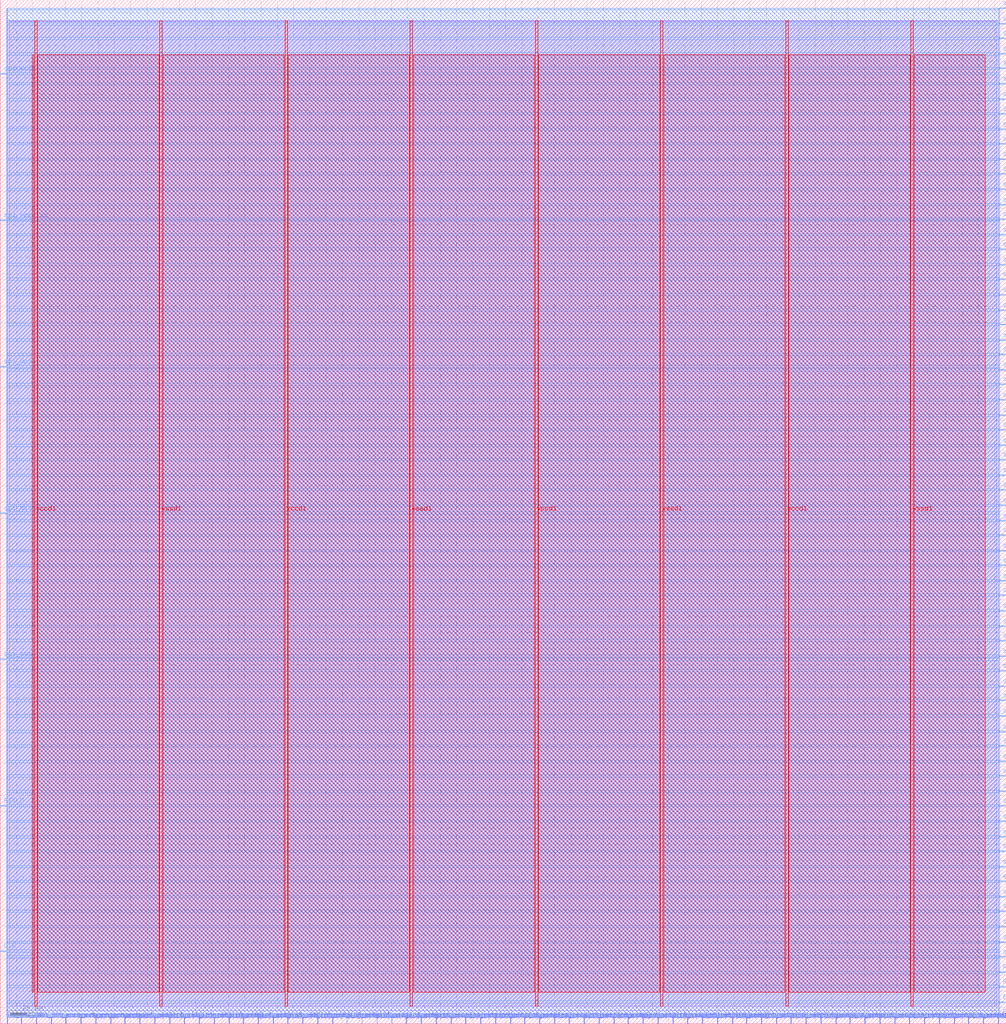
<source format=lef>
VERSION 5.7 ;
  NOWIREEXTENSIONATPIN ON ;
  DIVIDERCHAR "/" ;
  BUSBITCHARS "[]" ;
MACRO mkQF100FlashController
  CLASS BLOCK ;
  FOREIGN mkQF100FlashController ;
  ORIGIN 0.000 0.000 ;
  SIZE 617.125 BY 627.845 ;
  PIN CLK
    DIRECTION INPUT ;
    USE SIGNAL ;
    PORT
      LAYER met3 ;
        RECT 0.000 44.240 4.000 44.840 ;
    END
  END CLK
  PIN EN_serverA_request_put
    DIRECTION INPUT ;
    USE SIGNAL ;
    PORT
      LAYER met2 ;
        RECT 4.230 0.000 4.510 4.000 ;
    END
  END EN_serverA_request_put
  PIN EN_serverA_response_get
    DIRECTION INPUT ;
    USE SIGNAL ;
    PORT
      LAYER met2 ;
        RECT 12.970 0.000 13.250 4.000 ;
    END
  END EN_serverA_response_get
  PIN EN_serverB_request_put
    DIRECTION INPUT ;
    USE SIGNAL ;
    PORT
      LAYER met3 ;
        RECT 613.125 4.120 617.125 4.720 ;
    END
  END EN_serverB_request_put
  PIN EN_serverB_response_get
    DIRECTION INPUT ;
    USE SIGNAL ;
    PORT
      LAYER met3 ;
        RECT 613.125 12.960 617.125 13.560 ;
    END
  END EN_serverB_response_get
  PIN RDY_serverA_request_put
    DIRECTION OUTPUT TRISTATE ;
    USE SIGNAL ;
    PORT
      LAYER met2 ;
        RECT 22.170 0.000 22.450 4.000 ;
    END
  END RDY_serverA_request_put
  PIN RDY_serverA_response_get
    DIRECTION OUTPUT TRISTATE ;
    USE SIGNAL ;
    PORT
      LAYER met2 ;
        RECT 31.370 0.000 31.650 4.000 ;
    END
  END RDY_serverA_response_get
  PIN RDY_serverB_request_put
    DIRECTION OUTPUT TRISTATE ;
    USE SIGNAL ;
    PORT
      LAYER met3 ;
        RECT 613.125 22.480 617.125 23.080 ;
    END
  END RDY_serverB_request_put
  PIN RDY_serverB_response_get
    DIRECTION OUTPUT TRISTATE ;
    USE SIGNAL ;
    PORT
      LAYER met3 ;
        RECT 613.125 31.320 617.125 31.920 ;
    END
  END RDY_serverB_response_get
  PIN RST_N
    DIRECTION INPUT ;
    USE SIGNAL ;
    PORT
      LAYER met3 ;
        RECT 0.000 133.320 4.000 133.920 ;
    END
  END RST_N
  PIN serverA_request_put[0]
    DIRECTION INPUT ;
    USE SIGNAL ;
    PORT
      LAYER met2 ;
        RECT 40.110 0.000 40.390 4.000 ;
    END
  END serverA_request_put[0]
  PIN serverA_request_put[10]
    DIRECTION INPUT ;
    USE SIGNAL ;
    PORT
      LAYER met2 ;
        RECT 221.810 0.000 222.090 4.000 ;
    END
  END serverA_request_put[10]
  PIN serverA_request_put[11]
    DIRECTION INPUT ;
    USE SIGNAL ;
    PORT
      LAYER met2 ;
        RECT 240.210 0.000 240.490 4.000 ;
    END
  END serverA_request_put[11]
  PIN serverA_request_put[12]
    DIRECTION INPUT ;
    USE SIGNAL ;
    PORT
      LAYER met2 ;
        RECT 258.150 0.000 258.430 4.000 ;
    END
  END serverA_request_put[12]
  PIN serverA_request_put[13]
    DIRECTION INPUT ;
    USE SIGNAL ;
    PORT
      LAYER met2 ;
        RECT 276.550 0.000 276.830 4.000 ;
    END
  END serverA_request_put[13]
  PIN serverA_request_put[14]
    DIRECTION INPUT ;
    USE SIGNAL ;
    PORT
      LAYER met2 ;
        RECT 294.490 0.000 294.770 4.000 ;
    END
  END serverA_request_put[14]
  PIN serverA_request_put[15]
    DIRECTION INPUT ;
    USE SIGNAL ;
    PORT
      LAYER met2 ;
        RECT 312.890 0.000 313.170 4.000 ;
    END
  END serverA_request_put[15]
  PIN serverA_request_put[16]
    DIRECTION INPUT ;
    USE SIGNAL ;
    PORT
      LAYER met2 ;
        RECT 330.830 0.000 331.110 4.000 ;
    END
  END serverA_request_put[16]
  PIN serverA_request_put[17]
    DIRECTION INPUT ;
    USE SIGNAL ;
    PORT
      LAYER met2 ;
        RECT 348.770 0.000 349.050 4.000 ;
    END
  END serverA_request_put[17]
  PIN serverA_request_put[18]
    DIRECTION INPUT ;
    USE SIGNAL ;
    PORT
      LAYER met2 ;
        RECT 367.170 0.000 367.450 4.000 ;
    END
  END serverA_request_put[18]
  PIN serverA_request_put[19]
    DIRECTION INPUT ;
    USE SIGNAL ;
    PORT
      LAYER met2 ;
        RECT 385.110 0.000 385.390 4.000 ;
    END
  END serverA_request_put[19]
  PIN serverA_request_put[1]
    DIRECTION INPUT ;
    USE SIGNAL ;
    PORT
      LAYER met2 ;
        RECT 58.510 0.000 58.790 4.000 ;
    END
  END serverA_request_put[1]
  PIN serverA_request_put[20]
    DIRECTION INPUT ;
    USE SIGNAL ;
    PORT
      LAYER met2 ;
        RECT 403.510 0.000 403.790 4.000 ;
    END
  END serverA_request_put[20]
  PIN serverA_request_put[21]
    DIRECTION INPUT ;
    USE SIGNAL ;
    PORT
      LAYER met2 ;
        RECT 421.450 0.000 421.730 4.000 ;
    END
  END serverA_request_put[21]
  PIN serverA_request_put[22]
    DIRECTION INPUT ;
    USE SIGNAL ;
    PORT
      LAYER met2 ;
        RECT 439.850 0.000 440.130 4.000 ;
    END
  END serverA_request_put[22]
  PIN serverA_request_put[23]
    DIRECTION INPUT ;
    USE SIGNAL ;
    PORT
      LAYER met2 ;
        RECT 457.790 0.000 458.070 4.000 ;
    END
  END serverA_request_put[23]
  PIN serverA_request_put[24]
    DIRECTION INPUT ;
    USE SIGNAL ;
    PORT
      LAYER met2 ;
        RECT 476.190 0.000 476.470 4.000 ;
    END
  END serverA_request_put[24]
  PIN serverA_request_put[25]
    DIRECTION INPUT ;
    USE SIGNAL ;
    PORT
      LAYER met2 ;
        RECT 494.130 0.000 494.410 4.000 ;
    END
  END serverA_request_put[25]
  PIN serverA_request_put[26]
    DIRECTION INPUT ;
    USE SIGNAL ;
    PORT
      LAYER met2 ;
        RECT 512.530 0.000 512.810 4.000 ;
    END
  END serverA_request_put[26]
  PIN serverA_request_put[27]
    DIRECTION INPUT ;
    USE SIGNAL ;
    PORT
      LAYER met2 ;
        RECT 530.470 0.000 530.750 4.000 ;
    END
  END serverA_request_put[27]
  PIN serverA_request_put[28]
    DIRECTION INPUT ;
    USE SIGNAL ;
    PORT
      LAYER met2 ;
        RECT 548.870 0.000 549.150 4.000 ;
    END
  END serverA_request_put[28]
  PIN serverA_request_put[29]
    DIRECTION INPUT ;
    USE SIGNAL ;
    PORT
      LAYER met2 ;
        RECT 566.810 0.000 567.090 4.000 ;
    END
  END serverA_request_put[29]
  PIN serverA_request_put[2]
    DIRECTION INPUT ;
    USE SIGNAL ;
    PORT
      LAYER met2 ;
        RECT 76.450 0.000 76.730 4.000 ;
    END
  END serverA_request_put[2]
  PIN serverA_request_put[30]
    DIRECTION INPUT ;
    USE SIGNAL ;
    PORT
      LAYER met2 ;
        RECT 585.210 0.000 585.490 4.000 ;
    END
  END serverA_request_put[30]
  PIN serverA_request_put[31]
    DIRECTION INPUT ;
    USE SIGNAL ;
    PORT
      LAYER met2 ;
        RECT 603.150 0.000 603.430 4.000 ;
    END
  END serverA_request_put[31]
  PIN serverA_request_put[3]
    DIRECTION INPUT ;
    USE SIGNAL ;
    PORT
      LAYER met2 ;
        RECT 94.850 0.000 95.130 4.000 ;
    END
  END serverA_request_put[3]
  PIN serverA_request_put[4]
    DIRECTION INPUT ;
    USE SIGNAL ;
    PORT
      LAYER met2 ;
        RECT 112.790 0.000 113.070 4.000 ;
    END
  END serverA_request_put[4]
  PIN serverA_request_put[5]
    DIRECTION INPUT ;
    USE SIGNAL ;
    PORT
      LAYER met2 ;
        RECT 131.190 0.000 131.470 4.000 ;
    END
  END serverA_request_put[5]
  PIN serverA_request_put[6]
    DIRECTION INPUT ;
    USE SIGNAL ;
    PORT
      LAYER met2 ;
        RECT 149.130 0.000 149.410 4.000 ;
    END
  END serverA_request_put[6]
  PIN serverA_request_put[7]
    DIRECTION INPUT ;
    USE SIGNAL ;
    PORT
      LAYER met2 ;
        RECT 167.530 0.000 167.810 4.000 ;
    END
  END serverA_request_put[7]
  PIN serverA_request_put[8]
    DIRECTION INPUT ;
    USE SIGNAL ;
    PORT
      LAYER met2 ;
        RECT 185.470 0.000 185.750 4.000 ;
    END
  END serverA_request_put[8]
  PIN serverA_request_put[9]
    DIRECTION INPUT ;
    USE SIGNAL ;
    PORT
      LAYER met2 ;
        RECT 203.870 0.000 204.150 4.000 ;
    END
  END serverA_request_put[9]
  PIN serverA_response_get[0]
    DIRECTION OUTPUT TRISTATE ;
    USE SIGNAL ;
    PORT
      LAYER met2 ;
        RECT 49.310 0.000 49.590 4.000 ;
    END
  END serverA_response_get[0]
  PIN serverA_response_get[10]
    DIRECTION OUTPUT TRISTATE ;
    USE SIGNAL ;
    PORT
      LAYER met2 ;
        RECT 231.010 0.000 231.290 4.000 ;
    END
  END serverA_response_get[10]
  PIN serverA_response_get[11]
    DIRECTION OUTPUT TRISTATE ;
    USE SIGNAL ;
    PORT
      LAYER met2 ;
        RECT 248.950 0.000 249.230 4.000 ;
    END
  END serverA_response_get[11]
  PIN serverA_response_get[12]
    DIRECTION OUTPUT TRISTATE ;
    USE SIGNAL ;
    PORT
      LAYER met2 ;
        RECT 267.350 0.000 267.630 4.000 ;
    END
  END serverA_response_get[12]
  PIN serverA_response_get[13]
    DIRECTION OUTPUT TRISTATE ;
    USE SIGNAL ;
    PORT
      LAYER met2 ;
        RECT 285.290 0.000 285.570 4.000 ;
    END
  END serverA_response_get[13]
  PIN serverA_response_get[14]
    DIRECTION OUTPUT TRISTATE ;
    USE SIGNAL ;
    PORT
      LAYER met2 ;
        RECT 303.690 0.000 303.970 4.000 ;
    END
  END serverA_response_get[14]
  PIN serverA_response_get[15]
    DIRECTION OUTPUT TRISTATE ;
    USE SIGNAL ;
    PORT
      LAYER met2 ;
        RECT 321.630 0.000 321.910 4.000 ;
    END
  END serverA_response_get[15]
  PIN serverA_response_get[16]
    DIRECTION OUTPUT TRISTATE ;
    USE SIGNAL ;
    PORT
      LAYER met2 ;
        RECT 340.030 0.000 340.310 4.000 ;
    END
  END serverA_response_get[16]
  PIN serverA_response_get[17]
    DIRECTION OUTPUT TRISTATE ;
    USE SIGNAL ;
    PORT
      LAYER met2 ;
        RECT 357.970 0.000 358.250 4.000 ;
    END
  END serverA_response_get[17]
  PIN serverA_response_get[18]
    DIRECTION OUTPUT TRISTATE ;
    USE SIGNAL ;
    PORT
      LAYER met2 ;
        RECT 376.370 0.000 376.650 4.000 ;
    END
  END serverA_response_get[18]
  PIN serverA_response_get[19]
    DIRECTION OUTPUT TRISTATE ;
    USE SIGNAL ;
    PORT
      LAYER met2 ;
        RECT 394.310 0.000 394.590 4.000 ;
    END
  END serverA_response_get[19]
  PIN serverA_response_get[1]
    DIRECTION OUTPUT TRISTATE ;
    USE SIGNAL ;
    PORT
      LAYER met2 ;
        RECT 67.710 0.000 67.990 4.000 ;
    END
  END serverA_response_get[1]
  PIN serverA_response_get[20]
    DIRECTION OUTPUT TRISTATE ;
    USE SIGNAL ;
    PORT
      LAYER met2 ;
        RECT 412.710 0.000 412.990 4.000 ;
    END
  END serverA_response_get[20]
  PIN serverA_response_get[21]
    DIRECTION OUTPUT TRISTATE ;
    USE SIGNAL ;
    PORT
      LAYER met2 ;
        RECT 430.650 0.000 430.930 4.000 ;
    END
  END serverA_response_get[21]
  PIN serverA_response_get[22]
    DIRECTION OUTPUT TRISTATE ;
    USE SIGNAL ;
    PORT
      LAYER met2 ;
        RECT 449.050 0.000 449.330 4.000 ;
    END
  END serverA_response_get[22]
  PIN serverA_response_get[23]
    DIRECTION OUTPUT TRISTATE ;
    USE SIGNAL ;
    PORT
      LAYER met2 ;
        RECT 466.990 0.000 467.270 4.000 ;
    END
  END serverA_response_get[23]
  PIN serverA_response_get[24]
    DIRECTION OUTPUT TRISTATE ;
    USE SIGNAL ;
    PORT
      LAYER met2 ;
        RECT 484.930 0.000 485.210 4.000 ;
    END
  END serverA_response_get[24]
  PIN serverA_response_get[25]
    DIRECTION OUTPUT TRISTATE ;
    USE SIGNAL ;
    PORT
      LAYER met2 ;
        RECT 503.330 0.000 503.610 4.000 ;
    END
  END serverA_response_get[25]
  PIN serverA_response_get[26]
    DIRECTION OUTPUT TRISTATE ;
    USE SIGNAL ;
    PORT
      LAYER met2 ;
        RECT 521.270 0.000 521.550 4.000 ;
    END
  END serverA_response_get[26]
  PIN serverA_response_get[27]
    DIRECTION OUTPUT TRISTATE ;
    USE SIGNAL ;
    PORT
      LAYER met2 ;
        RECT 539.670 0.000 539.950 4.000 ;
    END
  END serverA_response_get[27]
  PIN serverA_response_get[28]
    DIRECTION OUTPUT TRISTATE ;
    USE SIGNAL ;
    PORT
      LAYER met2 ;
        RECT 557.610 0.000 557.890 4.000 ;
    END
  END serverA_response_get[28]
  PIN serverA_response_get[29]
    DIRECTION OUTPUT TRISTATE ;
    USE SIGNAL ;
    PORT
      LAYER met2 ;
        RECT 576.010 0.000 576.290 4.000 ;
    END
  END serverA_response_get[29]
  PIN serverA_response_get[2]
    DIRECTION OUTPUT TRISTATE ;
    USE SIGNAL ;
    PORT
      LAYER met2 ;
        RECT 85.650 0.000 85.930 4.000 ;
    END
  END serverA_response_get[2]
  PIN serverA_response_get[30]
    DIRECTION OUTPUT TRISTATE ;
    USE SIGNAL ;
    PORT
      LAYER met2 ;
        RECT 593.950 0.000 594.230 4.000 ;
    END
  END serverA_response_get[30]
  PIN serverA_response_get[31]
    DIRECTION OUTPUT TRISTATE ;
    USE SIGNAL ;
    PORT
      LAYER met2 ;
        RECT 612.350 0.000 612.630 4.000 ;
    END
  END serverA_response_get[31]
  PIN serverA_response_get[3]
    DIRECTION OUTPUT TRISTATE ;
    USE SIGNAL ;
    PORT
      LAYER met2 ;
        RECT 104.050 0.000 104.330 4.000 ;
    END
  END serverA_response_get[3]
  PIN serverA_response_get[4]
    DIRECTION OUTPUT TRISTATE ;
    USE SIGNAL ;
    PORT
      LAYER met2 ;
        RECT 121.990 0.000 122.270 4.000 ;
    END
  END serverA_response_get[4]
  PIN serverA_response_get[5]
    DIRECTION OUTPUT TRISTATE ;
    USE SIGNAL ;
    PORT
      LAYER met2 ;
        RECT 140.390 0.000 140.670 4.000 ;
    END
  END serverA_response_get[5]
  PIN serverA_response_get[6]
    DIRECTION OUTPUT TRISTATE ;
    USE SIGNAL ;
    PORT
      LAYER met2 ;
        RECT 158.330 0.000 158.610 4.000 ;
    END
  END serverA_response_get[6]
  PIN serverA_response_get[7]
    DIRECTION OUTPUT TRISTATE ;
    USE SIGNAL ;
    PORT
      LAYER met2 ;
        RECT 176.270 0.000 176.550 4.000 ;
    END
  END serverA_response_get[7]
  PIN serverA_response_get[8]
    DIRECTION OUTPUT TRISTATE ;
    USE SIGNAL ;
    PORT
      LAYER met2 ;
        RECT 194.670 0.000 194.950 4.000 ;
    END
  END serverA_response_get[8]
  PIN serverA_response_get[9]
    DIRECTION OUTPUT TRISTATE ;
    USE SIGNAL ;
    PORT
      LAYER met2 ;
        RECT 212.610 0.000 212.890 4.000 ;
    END
  END serverA_response_get[9]
  PIN serverB_request_put[0]
    DIRECTION INPUT ;
    USE SIGNAL ;
    PORT
      LAYER met3 ;
        RECT 613.125 40.840 617.125 41.440 ;
    END
  END serverB_request_put[0]
  PIN serverB_request_put[10]
    DIRECTION INPUT ;
    USE SIGNAL ;
    PORT
      LAYER met3 ;
        RECT 613.125 225.120 617.125 225.720 ;
    END
  END serverB_request_put[10]
  PIN serverB_request_put[11]
    DIRECTION INPUT ;
    USE SIGNAL ;
    PORT
      LAYER met3 ;
        RECT 613.125 243.480 617.125 244.080 ;
    END
  END serverB_request_put[11]
  PIN serverB_request_put[12]
    DIRECTION INPUT ;
    USE SIGNAL ;
    PORT
      LAYER met3 ;
        RECT 613.125 262.520 617.125 263.120 ;
    END
  END serverB_request_put[12]
  PIN serverB_request_put[13]
    DIRECTION INPUT ;
    USE SIGNAL ;
    PORT
      LAYER met3 ;
        RECT 613.125 280.880 617.125 281.480 ;
    END
  END serverB_request_put[13]
  PIN serverB_request_put[14]
    DIRECTION INPUT ;
    USE SIGNAL ;
    PORT
      LAYER met3 ;
        RECT 613.125 299.240 617.125 299.840 ;
    END
  END serverB_request_put[14]
  PIN serverB_request_put[15]
    DIRECTION INPUT ;
    USE SIGNAL ;
    PORT
      LAYER met3 ;
        RECT 613.125 317.600 617.125 318.200 ;
    END
  END serverB_request_put[15]
  PIN serverB_request_put[16]
    DIRECTION INPUT ;
    USE SIGNAL ;
    PORT
      LAYER met3 ;
        RECT 613.125 335.960 617.125 336.560 ;
    END
  END serverB_request_put[16]
  PIN serverB_request_put[17]
    DIRECTION INPUT ;
    USE SIGNAL ;
    PORT
      LAYER met3 ;
        RECT 613.125 354.320 617.125 354.920 ;
    END
  END serverB_request_put[17]
  PIN serverB_request_put[18]
    DIRECTION INPUT ;
    USE SIGNAL ;
    PORT
      LAYER met3 ;
        RECT 613.125 372.680 617.125 373.280 ;
    END
  END serverB_request_put[18]
  PIN serverB_request_put[19]
    DIRECTION INPUT ;
    USE SIGNAL ;
    PORT
      LAYER met3 ;
        RECT 613.125 391.720 617.125 392.320 ;
    END
  END serverB_request_put[19]
  PIN serverB_request_put[1]
    DIRECTION INPUT ;
    USE SIGNAL ;
    PORT
      LAYER met3 ;
        RECT 613.125 59.200 617.125 59.800 ;
    END
  END serverB_request_put[1]
  PIN serverB_request_put[20]
    DIRECTION INPUT ;
    USE SIGNAL ;
    PORT
      LAYER met3 ;
        RECT 613.125 410.080 617.125 410.680 ;
    END
  END serverB_request_put[20]
  PIN serverB_request_put[21]
    DIRECTION INPUT ;
    USE SIGNAL ;
    PORT
      LAYER met3 ;
        RECT 613.125 428.440 617.125 429.040 ;
    END
  END serverB_request_put[21]
  PIN serverB_request_put[22]
    DIRECTION INPUT ;
    USE SIGNAL ;
    PORT
      LAYER met3 ;
        RECT 613.125 446.800 617.125 447.400 ;
    END
  END serverB_request_put[22]
  PIN serverB_request_put[23]
    DIRECTION INPUT ;
    USE SIGNAL ;
    PORT
      LAYER met3 ;
        RECT 613.125 465.160 617.125 465.760 ;
    END
  END serverB_request_put[23]
  PIN serverB_request_put[24]
    DIRECTION INPUT ;
    USE SIGNAL ;
    PORT
      LAYER met3 ;
        RECT 613.125 483.520 617.125 484.120 ;
    END
  END serverB_request_put[24]
  PIN serverB_request_put[25]
    DIRECTION INPUT ;
    USE SIGNAL ;
    PORT
      LAYER met3 ;
        RECT 613.125 501.880 617.125 502.480 ;
    END
  END serverB_request_put[25]
  PIN serverB_request_put[26]
    DIRECTION INPUT ;
    USE SIGNAL ;
    PORT
      LAYER met3 ;
        RECT 613.125 520.920 617.125 521.520 ;
    END
  END serverB_request_put[26]
  PIN serverB_request_put[27]
    DIRECTION INPUT ;
    USE SIGNAL ;
    PORT
      LAYER met3 ;
        RECT 613.125 539.280 617.125 539.880 ;
    END
  END serverB_request_put[27]
  PIN serverB_request_put[28]
    DIRECTION INPUT ;
    USE SIGNAL ;
    PORT
      LAYER met3 ;
        RECT 613.125 557.640 617.125 558.240 ;
    END
  END serverB_request_put[28]
  PIN serverB_request_put[29]
    DIRECTION INPUT ;
    USE SIGNAL ;
    PORT
      LAYER met3 ;
        RECT 613.125 576.000 617.125 576.600 ;
    END
  END serverB_request_put[29]
  PIN serverB_request_put[2]
    DIRECTION INPUT ;
    USE SIGNAL ;
    PORT
      LAYER met3 ;
        RECT 613.125 77.560 617.125 78.160 ;
    END
  END serverB_request_put[2]
  PIN serverB_request_put[30]
    DIRECTION INPUT ;
    USE SIGNAL ;
    PORT
      LAYER met3 ;
        RECT 613.125 594.360 617.125 594.960 ;
    END
  END serverB_request_put[30]
  PIN serverB_request_put[31]
    DIRECTION INPUT ;
    USE SIGNAL ;
    PORT
      LAYER met3 ;
        RECT 613.125 612.720 617.125 613.320 ;
    END
  END serverB_request_put[31]
  PIN serverB_request_put[3]
    DIRECTION INPUT ;
    USE SIGNAL ;
    PORT
      LAYER met3 ;
        RECT 613.125 95.920 617.125 96.520 ;
    END
  END serverB_request_put[3]
  PIN serverB_request_put[4]
    DIRECTION INPUT ;
    USE SIGNAL ;
    PORT
      LAYER met3 ;
        RECT 613.125 114.280 617.125 114.880 ;
    END
  END serverB_request_put[4]
  PIN serverB_request_put[5]
    DIRECTION INPUT ;
    USE SIGNAL ;
    PORT
      LAYER met3 ;
        RECT 613.125 133.320 617.125 133.920 ;
    END
  END serverB_request_put[5]
  PIN serverB_request_put[6]
    DIRECTION INPUT ;
    USE SIGNAL ;
    PORT
      LAYER met3 ;
        RECT 613.125 151.680 617.125 152.280 ;
    END
  END serverB_request_put[6]
  PIN serverB_request_put[7]
    DIRECTION INPUT ;
    USE SIGNAL ;
    PORT
      LAYER met3 ;
        RECT 613.125 170.040 617.125 170.640 ;
    END
  END serverB_request_put[7]
  PIN serverB_request_put[8]
    DIRECTION INPUT ;
    USE SIGNAL ;
    PORT
      LAYER met3 ;
        RECT 613.125 188.400 617.125 189.000 ;
    END
  END serverB_request_put[8]
  PIN serverB_request_put[9]
    DIRECTION INPUT ;
    USE SIGNAL ;
    PORT
      LAYER met3 ;
        RECT 613.125 206.760 617.125 207.360 ;
    END
  END serverB_request_put[9]
  PIN serverB_response_get[0]
    DIRECTION OUTPUT TRISTATE ;
    USE SIGNAL ;
    PORT
      LAYER met3 ;
        RECT 613.125 49.680 617.125 50.280 ;
    END
  END serverB_response_get[0]
  PIN serverB_response_get[10]
    DIRECTION OUTPUT TRISTATE ;
    USE SIGNAL ;
    PORT
      LAYER met3 ;
        RECT 613.125 234.640 617.125 235.240 ;
    END
  END serverB_response_get[10]
  PIN serverB_response_get[11]
    DIRECTION OUTPUT TRISTATE ;
    USE SIGNAL ;
    PORT
      LAYER met3 ;
        RECT 613.125 253.000 617.125 253.600 ;
    END
  END serverB_response_get[11]
  PIN serverB_response_get[12]
    DIRECTION OUTPUT TRISTATE ;
    USE SIGNAL ;
    PORT
      LAYER met3 ;
        RECT 613.125 271.360 617.125 271.960 ;
    END
  END serverB_response_get[12]
  PIN serverB_response_get[13]
    DIRECTION OUTPUT TRISTATE ;
    USE SIGNAL ;
    PORT
      LAYER met3 ;
        RECT 613.125 289.720 617.125 290.320 ;
    END
  END serverB_response_get[13]
  PIN serverB_response_get[14]
    DIRECTION OUTPUT TRISTATE ;
    USE SIGNAL ;
    PORT
      LAYER met3 ;
        RECT 613.125 308.080 617.125 308.680 ;
    END
  END serverB_response_get[14]
  PIN serverB_response_get[15]
    DIRECTION OUTPUT TRISTATE ;
    USE SIGNAL ;
    PORT
      LAYER met3 ;
        RECT 613.125 327.120 617.125 327.720 ;
    END
  END serverB_response_get[15]
  PIN serverB_response_get[16]
    DIRECTION OUTPUT TRISTATE ;
    USE SIGNAL ;
    PORT
      LAYER met3 ;
        RECT 613.125 345.480 617.125 346.080 ;
    END
  END serverB_response_get[16]
  PIN serverB_response_get[17]
    DIRECTION OUTPUT TRISTATE ;
    USE SIGNAL ;
    PORT
      LAYER met3 ;
        RECT 613.125 363.840 617.125 364.440 ;
    END
  END serverB_response_get[17]
  PIN serverB_response_get[18]
    DIRECTION OUTPUT TRISTATE ;
    USE SIGNAL ;
    PORT
      LAYER met3 ;
        RECT 613.125 382.200 617.125 382.800 ;
    END
  END serverB_response_get[18]
  PIN serverB_response_get[19]
    DIRECTION OUTPUT TRISTATE ;
    USE SIGNAL ;
    PORT
      LAYER met3 ;
        RECT 613.125 400.560 617.125 401.160 ;
    END
  END serverB_response_get[19]
  PIN serverB_response_get[1]
    DIRECTION OUTPUT TRISTATE ;
    USE SIGNAL ;
    PORT
      LAYER met3 ;
        RECT 613.125 68.720 617.125 69.320 ;
    END
  END serverB_response_get[1]
  PIN serverB_response_get[20]
    DIRECTION OUTPUT TRISTATE ;
    USE SIGNAL ;
    PORT
      LAYER met3 ;
        RECT 613.125 418.920 617.125 419.520 ;
    END
  END serverB_response_get[20]
  PIN serverB_response_get[21]
    DIRECTION OUTPUT TRISTATE ;
    USE SIGNAL ;
    PORT
      LAYER met3 ;
        RECT 613.125 437.280 617.125 437.880 ;
    END
  END serverB_response_get[21]
  PIN serverB_response_get[22]
    DIRECTION OUTPUT TRISTATE ;
    USE SIGNAL ;
    PORT
      LAYER met3 ;
        RECT 613.125 456.320 617.125 456.920 ;
    END
  END serverB_response_get[22]
  PIN serverB_response_get[23]
    DIRECTION OUTPUT TRISTATE ;
    USE SIGNAL ;
    PORT
      LAYER met3 ;
        RECT 613.125 474.680 617.125 475.280 ;
    END
  END serverB_response_get[23]
  PIN serverB_response_get[24]
    DIRECTION OUTPUT TRISTATE ;
    USE SIGNAL ;
    PORT
      LAYER met3 ;
        RECT 613.125 493.040 617.125 493.640 ;
    END
  END serverB_response_get[24]
  PIN serverB_response_get[25]
    DIRECTION OUTPUT TRISTATE ;
    USE SIGNAL ;
    PORT
      LAYER met3 ;
        RECT 613.125 511.400 617.125 512.000 ;
    END
  END serverB_response_get[25]
  PIN serverB_response_get[26]
    DIRECTION OUTPUT TRISTATE ;
    USE SIGNAL ;
    PORT
      LAYER met3 ;
        RECT 613.125 529.760 617.125 530.360 ;
    END
  END serverB_response_get[26]
  PIN serverB_response_get[27]
    DIRECTION OUTPUT TRISTATE ;
    USE SIGNAL ;
    PORT
      LAYER met3 ;
        RECT 613.125 548.120 617.125 548.720 ;
    END
  END serverB_response_get[27]
  PIN serverB_response_get[28]
    DIRECTION OUTPUT TRISTATE ;
    USE SIGNAL ;
    PORT
      LAYER met3 ;
        RECT 613.125 566.480 617.125 567.080 ;
    END
  END serverB_response_get[28]
  PIN serverB_response_get[29]
    DIRECTION OUTPUT TRISTATE ;
    USE SIGNAL ;
    PORT
      LAYER met3 ;
        RECT 613.125 585.520 617.125 586.120 ;
    END
  END serverB_response_get[29]
  PIN serverB_response_get[2]
    DIRECTION OUTPUT TRISTATE ;
    USE SIGNAL ;
    PORT
      LAYER met3 ;
        RECT 613.125 87.080 617.125 87.680 ;
    END
  END serverB_response_get[2]
  PIN serverB_response_get[30]
    DIRECTION OUTPUT TRISTATE ;
    USE SIGNAL ;
    PORT
      LAYER met3 ;
        RECT 613.125 603.880 617.125 604.480 ;
    END
  END serverB_response_get[30]
  PIN serverB_response_get[31]
    DIRECTION OUTPUT TRISTATE ;
    USE SIGNAL ;
    PORT
      LAYER met3 ;
        RECT 613.125 622.240 617.125 622.840 ;
    END
  END serverB_response_get[31]
  PIN serverB_response_get[3]
    DIRECTION OUTPUT TRISTATE ;
    USE SIGNAL ;
    PORT
      LAYER met3 ;
        RECT 613.125 105.440 617.125 106.040 ;
    END
  END serverB_response_get[3]
  PIN serverB_response_get[4]
    DIRECTION OUTPUT TRISTATE ;
    USE SIGNAL ;
    PORT
      LAYER met3 ;
        RECT 613.125 123.800 617.125 124.400 ;
    END
  END serverB_response_get[4]
  PIN serverB_response_get[5]
    DIRECTION OUTPUT TRISTATE ;
    USE SIGNAL ;
    PORT
      LAYER met3 ;
        RECT 613.125 142.160 617.125 142.760 ;
    END
  END serverB_response_get[5]
  PIN serverB_response_get[6]
    DIRECTION OUTPUT TRISTATE ;
    USE SIGNAL ;
    PORT
      LAYER met3 ;
        RECT 613.125 160.520 617.125 161.120 ;
    END
  END serverB_response_get[6]
  PIN serverB_response_get[7]
    DIRECTION OUTPUT TRISTATE ;
    USE SIGNAL ;
    PORT
      LAYER met3 ;
        RECT 613.125 178.880 617.125 179.480 ;
    END
  END serverB_response_get[7]
  PIN serverB_response_get[8]
    DIRECTION OUTPUT TRISTATE ;
    USE SIGNAL ;
    PORT
      LAYER met3 ;
        RECT 613.125 197.920 617.125 198.520 ;
    END
  END serverB_response_get[8]
  PIN serverB_response_get[9]
    DIRECTION OUTPUT TRISTATE ;
    USE SIGNAL ;
    PORT
      LAYER met3 ;
        RECT 613.125 216.280 617.125 216.880 ;
    END
  END serverB_response_get[9]
  PIN spi_csb
    DIRECTION OUTPUT TRISTATE ;
    USE SIGNAL ;
    PORT
      LAYER met3 ;
        RECT 0.000 223.080 4.000 223.680 ;
    END
  END spi_csb
  PIN spi_miso
    DIRECTION INPUT ;
    USE SIGNAL ;
    PORT
      LAYER met3 ;
        RECT 0.000 312.840 4.000 313.440 ;
    END
  END spi_miso
  PIN spi_mosi
    DIRECTION OUTPUT TRISTATE ;
    USE SIGNAL ;
    PORT
      LAYER met3 ;
        RECT 0.000 402.600 4.000 403.200 ;
    END
  END spi_mosi
  PIN spi_mosi_oe
    DIRECTION OUTPUT TRISTATE ;
    USE SIGNAL ;
    PORT
      LAYER met3 ;
        RECT 0.000 492.360 4.000 492.960 ;
    END
  END spi_mosi_oe
  PIN spi_sclk
    DIRECTION OUTPUT TRISTATE ;
    USE SIGNAL ;
    PORT
      LAYER met3 ;
        RECT 0.000 582.120 4.000 582.720 ;
    END
  END spi_sclk
  PIN vccd1
    DIRECTION INPUT ;
    USE POWER ;
    PORT
      LAYER met4 ;
        RECT 21.040 10.640 22.640 614.960 ;
    END
    PORT
      LAYER met4 ;
        RECT 174.640 10.640 176.240 614.960 ;
    END
    PORT
      LAYER met4 ;
        RECT 328.240 10.640 329.840 614.960 ;
    END
    PORT
      LAYER met4 ;
        RECT 481.840 10.640 483.440 614.960 ;
    END
  END vccd1
  PIN vssd1
    DIRECTION INPUT ;
    USE GROUND ;
    PORT
      LAYER met4 ;
        RECT 97.840 10.640 99.440 614.960 ;
    END
    PORT
      LAYER met4 ;
        RECT 251.440 10.640 253.040 614.960 ;
    END
    PORT
      LAYER met4 ;
        RECT 405.040 10.640 406.640 614.960 ;
    END
    PORT
      LAYER met4 ;
        RECT 558.640 10.640 560.240 614.960 ;
    END
  END vssd1
  OBS
      LAYER li1 ;
        RECT 5.520 10.795 611.340 614.805 ;
      LAYER met1 ;
        RECT 4.210 7.860 612.650 614.960 ;
      LAYER met2 ;
        RECT 4.240 4.280 612.620 622.725 ;
        RECT 4.790 4.000 12.690 4.280 ;
        RECT 13.530 4.000 21.890 4.280 ;
        RECT 22.730 4.000 31.090 4.280 ;
        RECT 31.930 4.000 39.830 4.280 ;
        RECT 40.670 4.000 49.030 4.280 ;
        RECT 49.870 4.000 58.230 4.280 ;
        RECT 59.070 4.000 67.430 4.280 ;
        RECT 68.270 4.000 76.170 4.280 ;
        RECT 77.010 4.000 85.370 4.280 ;
        RECT 86.210 4.000 94.570 4.280 ;
        RECT 95.410 4.000 103.770 4.280 ;
        RECT 104.610 4.000 112.510 4.280 ;
        RECT 113.350 4.000 121.710 4.280 ;
        RECT 122.550 4.000 130.910 4.280 ;
        RECT 131.750 4.000 140.110 4.280 ;
        RECT 140.950 4.000 148.850 4.280 ;
        RECT 149.690 4.000 158.050 4.280 ;
        RECT 158.890 4.000 167.250 4.280 ;
        RECT 168.090 4.000 175.990 4.280 ;
        RECT 176.830 4.000 185.190 4.280 ;
        RECT 186.030 4.000 194.390 4.280 ;
        RECT 195.230 4.000 203.590 4.280 ;
        RECT 204.430 4.000 212.330 4.280 ;
        RECT 213.170 4.000 221.530 4.280 ;
        RECT 222.370 4.000 230.730 4.280 ;
        RECT 231.570 4.000 239.930 4.280 ;
        RECT 240.770 4.000 248.670 4.280 ;
        RECT 249.510 4.000 257.870 4.280 ;
        RECT 258.710 4.000 267.070 4.280 ;
        RECT 267.910 4.000 276.270 4.280 ;
        RECT 277.110 4.000 285.010 4.280 ;
        RECT 285.850 4.000 294.210 4.280 ;
        RECT 295.050 4.000 303.410 4.280 ;
        RECT 304.250 4.000 312.610 4.280 ;
        RECT 313.450 4.000 321.350 4.280 ;
        RECT 322.190 4.000 330.550 4.280 ;
        RECT 331.390 4.000 339.750 4.280 ;
        RECT 340.590 4.000 348.490 4.280 ;
        RECT 349.330 4.000 357.690 4.280 ;
        RECT 358.530 4.000 366.890 4.280 ;
        RECT 367.730 4.000 376.090 4.280 ;
        RECT 376.930 4.000 384.830 4.280 ;
        RECT 385.670 4.000 394.030 4.280 ;
        RECT 394.870 4.000 403.230 4.280 ;
        RECT 404.070 4.000 412.430 4.280 ;
        RECT 413.270 4.000 421.170 4.280 ;
        RECT 422.010 4.000 430.370 4.280 ;
        RECT 431.210 4.000 439.570 4.280 ;
        RECT 440.410 4.000 448.770 4.280 ;
        RECT 449.610 4.000 457.510 4.280 ;
        RECT 458.350 4.000 466.710 4.280 ;
        RECT 467.550 4.000 475.910 4.280 ;
        RECT 476.750 4.000 484.650 4.280 ;
        RECT 485.490 4.000 493.850 4.280 ;
        RECT 494.690 4.000 503.050 4.280 ;
        RECT 503.890 4.000 512.250 4.280 ;
        RECT 513.090 4.000 520.990 4.280 ;
        RECT 521.830 4.000 530.190 4.280 ;
        RECT 531.030 4.000 539.390 4.280 ;
        RECT 540.230 4.000 548.590 4.280 ;
        RECT 549.430 4.000 557.330 4.280 ;
        RECT 558.170 4.000 566.530 4.280 ;
        RECT 567.370 4.000 575.730 4.280 ;
        RECT 576.570 4.000 584.930 4.280 ;
        RECT 585.770 4.000 593.670 4.280 ;
        RECT 594.510 4.000 602.870 4.280 ;
        RECT 603.710 4.000 612.070 4.280 ;
      LAYER met3 ;
        RECT 4.000 621.840 612.725 622.705 ;
        RECT 4.000 613.720 613.125 621.840 ;
        RECT 4.000 612.320 612.725 613.720 ;
        RECT 4.000 604.880 613.125 612.320 ;
        RECT 4.000 603.480 612.725 604.880 ;
        RECT 4.000 595.360 613.125 603.480 ;
        RECT 4.000 593.960 612.725 595.360 ;
        RECT 4.000 586.520 613.125 593.960 ;
        RECT 4.000 585.120 612.725 586.520 ;
        RECT 4.000 583.120 613.125 585.120 ;
        RECT 4.400 581.720 613.125 583.120 ;
        RECT 4.000 577.000 613.125 581.720 ;
        RECT 4.000 575.600 612.725 577.000 ;
        RECT 4.000 567.480 613.125 575.600 ;
        RECT 4.000 566.080 612.725 567.480 ;
        RECT 4.000 558.640 613.125 566.080 ;
        RECT 4.000 557.240 612.725 558.640 ;
        RECT 4.000 549.120 613.125 557.240 ;
        RECT 4.000 547.720 612.725 549.120 ;
        RECT 4.000 540.280 613.125 547.720 ;
        RECT 4.000 538.880 612.725 540.280 ;
        RECT 4.000 530.760 613.125 538.880 ;
        RECT 4.000 529.360 612.725 530.760 ;
        RECT 4.000 521.920 613.125 529.360 ;
        RECT 4.000 520.520 612.725 521.920 ;
        RECT 4.000 512.400 613.125 520.520 ;
        RECT 4.000 511.000 612.725 512.400 ;
        RECT 4.000 502.880 613.125 511.000 ;
        RECT 4.000 501.480 612.725 502.880 ;
        RECT 4.000 494.040 613.125 501.480 ;
        RECT 4.000 493.360 612.725 494.040 ;
        RECT 4.400 492.640 612.725 493.360 ;
        RECT 4.400 491.960 613.125 492.640 ;
        RECT 4.000 484.520 613.125 491.960 ;
        RECT 4.000 483.120 612.725 484.520 ;
        RECT 4.000 475.680 613.125 483.120 ;
        RECT 4.000 474.280 612.725 475.680 ;
        RECT 4.000 466.160 613.125 474.280 ;
        RECT 4.000 464.760 612.725 466.160 ;
        RECT 4.000 457.320 613.125 464.760 ;
        RECT 4.000 455.920 612.725 457.320 ;
        RECT 4.000 447.800 613.125 455.920 ;
        RECT 4.000 446.400 612.725 447.800 ;
        RECT 4.000 438.280 613.125 446.400 ;
        RECT 4.000 436.880 612.725 438.280 ;
        RECT 4.000 429.440 613.125 436.880 ;
        RECT 4.000 428.040 612.725 429.440 ;
        RECT 4.000 419.920 613.125 428.040 ;
        RECT 4.000 418.520 612.725 419.920 ;
        RECT 4.000 411.080 613.125 418.520 ;
        RECT 4.000 409.680 612.725 411.080 ;
        RECT 4.000 403.600 613.125 409.680 ;
        RECT 4.400 402.200 613.125 403.600 ;
        RECT 4.000 401.560 613.125 402.200 ;
        RECT 4.000 400.160 612.725 401.560 ;
        RECT 4.000 392.720 613.125 400.160 ;
        RECT 4.000 391.320 612.725 392.720 ;
        RECT 4.000 383.200 613.125 391.320 ;
        RECT 4.000 381.800 612.725 383.200 ;
        RECT 4.000 373.680 613.125 381.800 ;
        RECT 4.000 372.280 612.725 373.680 ;
        RECT 4.000 364.840 613.125 372.280 ;
        RECT 4.000 363.440 612.725 364.840 ;
        RECT 4.000 355.320 613.125 363.440 ;
        RECT 4.000 353.920 612.725 355.320 ;
        RECT 4.000 346.480 613.125 353.920 ;
        RECT 4.000 345.080 612.725 346.480 ;
        RECT 4.000 336.960 613.125 345.080 ;
        RECT 4.000 335.560 612.725 336.960 ;
        RECT 4.000 328.120 613.125 335.560 ;
        RECT 4.000 326.720 612.725 328.120 ;
        RECT 4.000 318.600 613.125 326.720 ;
        RECT 4.000 317.200 612.725 318.600 ;
        RECT 4.000 313.840 613.125 317.200 ;
        RECT 4.400 312.440 613.125 313.840 ;
        RECT 4.000 309.080 613.125 312.440 ;
        RECT 4.000 307.680 612.725 309.080 ;
        RECT 4.000 300.240 613.125 307.680 ;
        RECT 4.000 298.840 612.725 300.240 ;
        RECT 4.000 290.720 613.125 298.840 ;
        RECT 4.000 289.320 612.725 290.720 ;
        RECT 4.000 281.880 613.125 289.320 ;
        RECT 4.000 280.480 612.725 281.880 ;
        RECT 4.000 272.360 613.125 280.480 ;
        RECT 4.000 270.960 612.725 272.360 ;
        RECT 4.000 263.520 613.125 270.960 ;
        RECT 4.000 262.120 612.725 263.520 ;
        RECT 4.000 254.000 613.125 262.120 ;
        RECT 4.000 252.600 612.725 254.000 ;
        RECT 4.000 244.480 613.125 252.600 ;
        RECT 4.000 243.080 612.725 244.480 ;
        RECT 4.000 235.640 613.125 243.080 ;
        RECT 4.000 234.240 612.725 235.640 ;
        RECT 4.000 226.120 613.125 234.240 ;
        RECT 4.000 224.720 612.725 226.120 ;
        RECT 4.000 224.080 613.125 224.720 ;
        RECT 4.400 222.680 613.125 224.080 ;
        RECT 4.000 217.280 613.125 222.680 ;
        RECT 4.000 215.880 612.725 217.280 ;
        RECT 4.000 207.760 613.125 215.880 ;
        RECT 4.000 206.360 612.725 207.760 ;
        RECT 4.000 198.920 613.125 206.360 ;
        RECT 4.000 197.520 612.725 198.920 ;
        RECT 4.000 189.400 613.125 197.520 ;
        RECT 4.000 188.000 612.725 189.400 ;
        RECT 4.000 179.880 613.125 188.000 ;
        RECT 4.000 178.480 612.725 179.880 ;
        RECT 4.000 171.040 613.125 178.480 ;
        RECT 4.000 169.640 612.725 171.040 ;
        RECT 4.000 161.520 613.125 169.640 ;
        RECT 4.000 160.120 612.725 161.520 ;
        RECT 4.000 152.680 613.125 160.120 ;
        RECT 4.000 151.280 612.725 152.680 ;
        RECT 4.000 143.160 613.125 151.280 ;
        RECT 4.000 141.760 612.725 143.160 ;
        RECT 4.000 134.320 613.125 141.760 ;
        RECT 4.400 132.920 612.725 134.320 ;
        RECT 4.000 124.800 613.125 132.920 ;
        RECT 4.000 123.400 612.725 124.800 ;
        RECT 4.000 115.280 613.125 123.400 ;
        RECT 4.000 113.880 612.725 115.280 ;
        RECT 4.000 106.440 613.125 113.880 ;
        RECT 4.000 105.040 612.725 106.440 ;
        RECT 4.000 96.920 613.125 105.040 ;
        RECT 4.000 95.520 612.725 96.920 ;
        RECT 4.000 88.080 613.125 95.520 ;
        RECT 4.000 86.680 612.725 88.080 ;
        RECT 4.000 78.560 613.125 86.680 ;
        RECT 4.000 77.160 612.725 78.560 ;
        RECT 4.000 69.720 613.125 77.160 ;
        RECT 4.000 68.320 612.725 69.720 ;
        RECT 4.000 60.200 613.125 68.320 ;
        RECT 4.000 58.800 612.725 60.200 ;
        RECT 4.000 50.680 613.125 58.800 ;
        RECT 4.000 49.280 612.725 50.680 ;
        RECT 4.000 45.240 613.125 49.280 ;
        RECT 4.400 43.840 613.125 45.240 ;
        RECT 4.000 41.840 613.125 43.840 ;
        RECT 4.000 40.440 612.725 41.840 ;
        RECT 4.000 32.320 613.125 40.440 ;
        RECT 4.000 30.920 612.725 32.320 ;
        RECT 4.000 23.480 613.125 30.920 ;
        RECT 4.000 22.080 612.725 23.480 ;
        RECT 4.000 13.960 613.125 22.080 ;
        RECT 4.000 12.560 612.725 13.960 ;
        RECT 4.000 5.120 613.125 12.560 ;
        RECT 4.000 4.255 612.725 5.120 ;
      LAYER met4 ;
        RECT 19.615 19.215 20.640 594.145 ;
        RECT 23.040 19.215 97.440 594.145 ;
        RECT 99.840 19.215 174.240 594.145 ;
        RECT 176.640 19.215 251.040 594.145 ;
        RECT 253.440 19.215 327.840 594.145 ;
        RECT 330.240 19.215 404.640 594.145 ;
        RECT 407.040 19.215 481.440 594.145 ;
        RECT 483.840 19.215 558.240 594.145 ;
        RECT 560.640 19.215 604.145 594.145 ;
  END
END mkQF100FlashController
END LIBRARY


</source>
